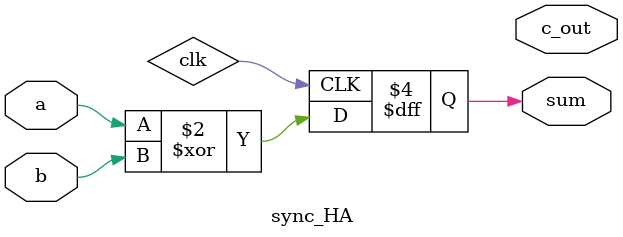
<source format=v>
module sync_HA(a,b,sum,c_out);
	input a,b;
	output sum, c_out;

always@(posedge clk)
   begin
      sum<=a^b;
      carry<=a&b;
   end 
endmodule

</source>
